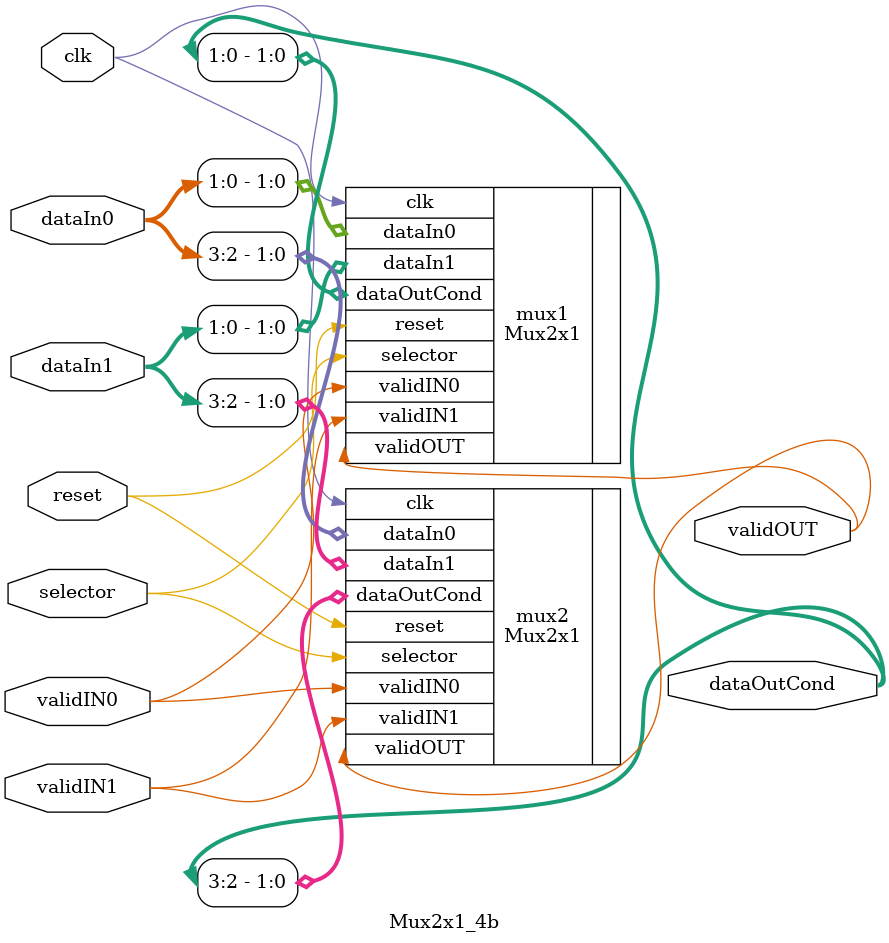
<source format=v>
`include "Mux2x1.v"

module Mux2x1_4b(
    output [3:0]dataOutCond,
    output validOUT,
    input [3:0]dataIn0,
    input [3:0]dataIn1,
    input selector,
    input clk,
    input reset,
    input validIN0,
    input validIN1);

    Mux2x1 mux1(
        //output
        .dataOutCond (dataOutCond[1:0]),
        .validOUT    (validOUT),
        //input
        .dataIn0     (dataIn0[1:0]),
        .dataIn1     (dataIn1[1:0]),
        .selector    (selector),
        .clk         (clk),
        .reset       (reset),
        .validIN0    (validIN0),
        .validIN1    (validIN1));
    Mux2x1 mux2(
        //output
        .dataOutCond (dataOutCond[3:2]),
        .validOUT    (validOUT),
        //input
        .dataIn0     (dataIn0[3:2]),
        .dataIn1     (dataIn1[3:2]),
        .selector    (selector),
        .clk         (clk),
        .reset       (reset),
        .validIN0    (validIN0),
        .validIN1    (validIN1)
    );
endmodule
</source>
